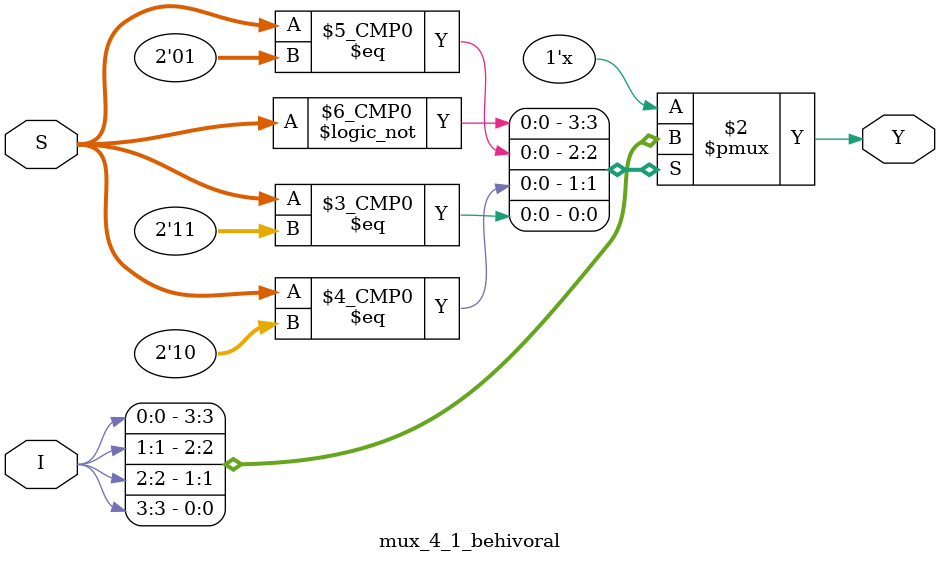
<source format=v>
module mux_4_1_behivoral(Y,I,S);
input [3:0] I;
input [1:0] S;
output reg Y;

always @ (*)
    case(S)
        2'b00: Y = I[0];
        2'b01: Y = I[1];
        2'b10: Y = I[2];
        2'b11: Y = I[3];
        default: $display("Error");
    endcase
endmodule
</source>
